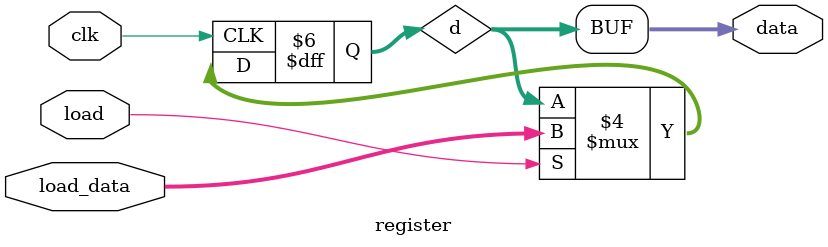
<source format=v>
module register
#(parameter WIDTH=8)
(
    input                clk,
    input                load,
    input  [WIDTH-1: 0]  load_data,
    output [WIDTH-1: 0]  data
);

reg [WIDTH-1: 0]  d;

always @(posedge clk) begin
	  if(load == 1'b1) begin
			d <= load_data;
	  end
	  else begin
			d <= d;
	  end
 end

assign data = d;

endmodule

</source>
